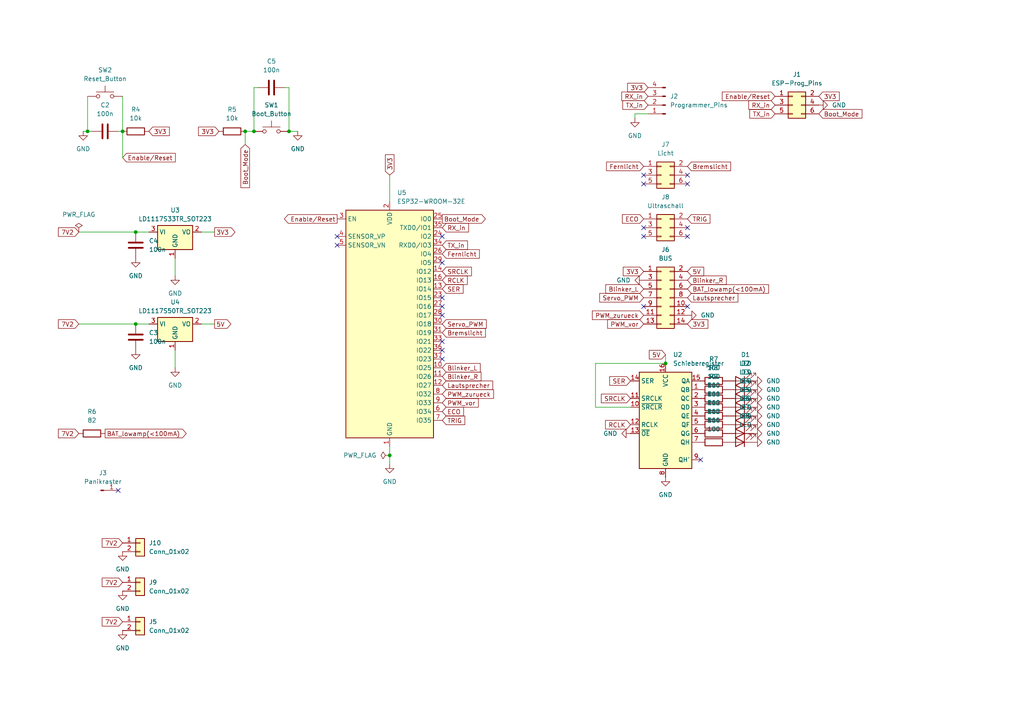
<source format=kicad_sch>
(kicad_sch (version 20250114) (generator "eeschema") (generator_version "9.0")
  (paper "A4")
  (lib_symbols
    (symbol "74xx:74HC595"
      (property "Reference" "U" (at -7.62 13.97 0))
      (property "Value" "74HC595" (at -7.62 -16.51 0))
      (symbol "74HC595_1_0"
        (pin input line (at -10.16 10.16 0) (length 2.54) (name "SER") (number "14"))
        (pin input line (at -10.16 5.08 0) (length 2.54) (name "SRCLK") (number "11"))
        (pin input line (at -10.16 2.54 0) (length 2.54) (name "~{SRCLR}") (number "10"))
        (pin input line (at -10.16 -2.54 0) (length 2.54) (name "RCLK") (number "12"))
        (pin input line (at -10.16 -5.08 0) (length 2.54) (name "~{OE}") (number "13"))
        (pin power_in line (at 0 15.24 270) (length 2.54) (name "VCC") (number "16"))
        (pin power_in line (at 0 -17.78 90) (length 2.54) (name "GND") (number "8"))
        (pin tri_state line (at 10.16 10.16 180) (length 2.54) (name "QA") (number "15"))
        (pin tri_state line (at 10.16 7.62 180) (length 2.54) (name "QB") (number "1"))
        (pin tri_state line (at 10.16 5.08 180) (length 2.54) (name "QC") (number "2"))
        (pin tri_state line (at 10.16 2.54 180) (length 2.54) (name "QD") (number "3"))
        (pin tri_state line (at 10.16 0 180) (length 2.54) (name "QE") (number "4"))
        (pin tri_state line (at 10.16 -2.54 180) (length 2.54) (name "QF") (number "5"))
        (pin tri_state line (at 10.16 -5.08 180) (length 2.54) (name "QG") (number "6"))
        (pin tri_state line (at 10.16 -7.62 180) (length 2.54) (name "QH") (number "7"))
        (pin output line (at 10.16 -12.7 180) (length 2.54) (name "QH'") (number "9"))
      )
      (symbol "74HC595_1_1"
        (rectangle (start -7.62 12.7) (end 7.62 -15.24) (stroke (width 0.254)) (fill (type background)))
      )
    )
    (symbol "Connector:Conn_01x01_Pin" (pin_names (offset 1.016) (hide yes))
      (property "Reference" "J" (at 0 2.54 0))
      (property "Value" "Conn_01x01_Pin" (at 0 -2.54 0))
      (symbol "Conn_01x01_Pin_1_1"
        (rectangle (start 0.8636 0.127) (end 0 -0.127) (stroke (width 0.1524)) (fill (type outline)))
        (polyline (pts (xy 1.27 0) (xy 0.8636 0)) (stroke (width 0.1524)))
        (pin passive line (at 5.08 0 180) (length 3.81) (name "Pin_1") (number "1"))
      )
    )
    (symbol "Connector:Conn_01x04_Pin" (pin_names (offset 1.016) (hide yes))
      (property "Reference" "J" (at 0 5.08 0))
      (property "Value" "Conn_01x04_Pin" (at 0 -7.62 0))
      (symbol "Conn_01x04_Pin_1_1"
        (rectangle (start 0.8636 2.667) (end 0 2.413) (stroke (width 0.1524)) (fill (type outline)))
        (rectangle (start 0.8636 0.127) (end 0 -0.127) (stroke (width 0.1524)) (fill (type outline)))
        (rectangle (start 0.8636 -2.413) (end 0 -2.667) (stroke (width 0.1524)) (fill (type outline)))
        (rectangle (start 0.8636 -4.953) (end 0 -5.207) (stroke (width 0.1524)) (fill (type outline)))
        (polyline (pts (xy 1.27 2.54) (xy 0.8636 2.54)) (stroke (width 0.1524)))
        (polyline (pts (xy 1.27 0) (xy 0.8636 0)) (stroke (width 0.1524)))
        (polyline (pts (xy 1.27 -2.54) (xy 0.8636 -2.54)) (stroke (width 0.1524)))
        (polyline (pts (xy 1.27 -5.08) (xy 0.8636 -5.08)) (stroke (width 0.1524)))
        (pin passive line (at 5.08 2.54 180) (length 3.81) (name "Pin_1") (number "1"))
        (pin passive line (at 5.08 0 180) (length 3.81) (name "Pin_2") (number "2"))
        (pin passive line (at 5.08 -2.54 180) (length 3.81) (name "Pin_3") (number "3"))
        (pin passive line (at 5.08 -5.08 180) (length 3.81) (name "Pin_4") (number "4"))
      )
    )
    (symbol "Connector_Generic:Conn_01x02" (pin_names (offset 1.016) (hide yes))
      (property "Reference" "J" (at 0 2.54 0))
      (property "Value" "Conn_01x02" (at 0 -5.08 0))
      (symbol "Conn_01x02_1_1"
        (rectangle (start -1.27 1.27) (end 1.27 -3.81) (stroke (width 0.254)) (fill (type background)))
        (rectangle (start -1.27 0.127) (end 0 -0.127) (stroke (width 0.1524)))
        (rectangle (start -1.27 -2.413) (end 0 -2.667) (stroke (width 0.1524)))
        (pin passive line (at -5.08 0 0) (length 3.81) (name "Pin_1") (number "1"))
        (pin passive line (at -5.08 -2.54 0) (length 3.81) (name "Pin_2") (number "2"))
      )
    )
    (symbol "Connector_Generic:Conn_02x03_Odd_Even" (pin_names (offset 1.016) (hide yes))
      (property "Reference" "J" (at 1.27 5.08 0))
      (property "Value" "Conn_02x03_Odd_Even" (at 1.27 -5.08 0))
      (symbol "Conn_02x03_Odd_Even_1_1"
        (rectangle (start -1.27 3.81) (end 3.81 -3.81) (stroke (width 0.254)) (fill (type background)))
        (rectangle (start -1.27 2.667) (end 0 2.413) (stroke (width 0.1524)))
        (rectangle (start -1.27 0.127) (end 0 -0.127) (stroke (width 0.1524)))
        (rectangle (start -1.27 -2.413) (end 0 -2.667) (stroke (width 0.1524)))
        (rectangle (start 3.81 2.667) (end 2.54 2.413) (stroke (width 0.1524)))
        (rectangle (start 3.81 0.127) (end 2.54 -0.127) (stroke (width 0.1524)))
        (rectangle (start 3.81 -2.413) (end 2.54 -2.667) (stroke (width 0.1524)))
        (pin passive line (at -5.08 2.54 0) (length 3.81) (name "Pin_1") (number "1"))
        (pin passive line (at -5.08 0 0) (length 3.81) (name "Pin_3") (number "3"))
        (pin passive line (at -5.08 -2.54 0) (length 3.81) (name "Pin_5") (number "5"))
        (pin passive line (at 7.62 2.54 180) (length 3.81) (name "Pin_2") (number "2"))
        (pin passive line (at 7.62 0 180) (length 3.81) (name "Pin_4") (number "4"))
        (pin passive line (at 7.62 -2.54 180) (length 3.81) (name "Pin_6") (number "6"))
      )
    )
    (symbol "Connector_Generic:Conn_02x07_Odd_Even" (pin_names (offset 1.016) (hide yes))
      (property "Reference" "J" (at 1.27 10.16 0))
      (property "Value" "Conn_02x07_Odd_Even" (at 1.27 -10.16 0))
      (symbol "Conn_02x07_Odd_Even_1_1"
        (rectangle (start -1.27 8.89) (end 3.81 -8.89) (stroke (width 0.254)) (fill (type background)))
        (rectangle (start -1.27 7.747) (end 0 7.493) (stroke (width 0.1524)))
        (rectangle (start -1.27 5.207) (end 0 4.953) (stroke (width 0.1524)))
        (rectangle (start -1.27 2.667) (end 0 2.413) (stroke (width 0.1524)))
        (rectangle (start -1.27 0.127) (end 0 -0.127) (stroke (width 0.1524)))
        (rectangle (start -1.27 -2.413) (end 0 -2.667) (stroke (width 0.1524)))
        (rectangle (start -1.27 -4.953) (end 0 -5.207) (stroke (width 0.1524)))
        (rectangle (start -1.27 -7.493) (end 0 -7.747) (stroke (width 0.1524)))
        (rectangle (start 3.81 7.747) (end 2.54 7.493) (stroke (width 0.1524)))
        (rectangle (start 3.81 5.207) (end 2.54 4.953) (stroke (width 0.1524)))
        (rectangle (start 3.81 2.667) (end 2.54 2.413) (stroke (width 0.1524)))
        (rectangle (start 3.81 0.127) (end 2.54 -0.127) (stroke (width 0.1524)))
        (rectangle (start 3.81 -2.413) (end 2.54 -2.667) (stroke (width 0.1524)))
        (rectangle (start 3.81 -4.953) (end 2.54 -5.207) (stroke (width 0.1524)))
        (rectangle (start 3.81 -7.493) (end 2.54 -7.747) (stroke (width 0.1524)))
        (pin passive line (at -5.08 7.62 0) (length 3.81) (name "Pin_1") (number "1"))
        (pin passive line (at -5.08 5.08 0) (length 3.81) (name "Pin_3") (number "3"))
        (pin passive line (at -5.08 2.54 0) (length 3.81) (name "Pin_5") (number "5"))
        (pin passive line (at -5.08 0 0) (length 3.81) (name "Pin_7") (number "7"))
        (pin passive line (at -5.08 -2.54 0) (length 3.81) (name "Pin_9") (number "9"))
        (pin passive line (at -5.08 -5.08 0) (length 3.81) (name "Pin_11") (number "11"))
        (pin passive line (at -5.08 -7.62 0) (length 3.81) (name "Pin_13") (number "13"))
        (pin passive line (at 7.62 7.62 180) (length 3.81) (name "Pin_2") (number "2"))
        (pin passive line (at 7.62 5.08 180) (length 3.81) (name "Pin_4") (number "4"))
        (pin passive line (at 7.62 2.54 180) (length 3.81) (name "Pin_6") (number "6"))
        (pin passive line (at 7.62 0 180) (length 3.81) (name "Pin_8") (number "8"))
        (pin passive line (at 7.62 -2.54 180) (length 3.81) (name "Pin_10") (number "10"))
        (pin passive line (at 7.62 -5.08 180) (length 3.81) (name "Pin_12") (number "12"))
        (pin passive line (at 7.62 -7.62 180) (length 3.81) (name "Pin_14") (number "14"))
      )
    )
    (symbol "Device:C" (pin_numbers (hide yes)) (pin_names (offset 0.254))
      (property "Reference" "C" (at 0.635 2.54 0))
      (property "Value" "C" (at 0.635 -2.54 0))
      (symbol "C_0_1"
        (polyline (pts (xy -2.032 0.762) (xy 2.032 0.762)) (stroke (width 0.508)))
        (polyline (pts (xy -2.032 -0.762) (xy 2.032 -0.762)) (stroke (width 0.508)))
      )
      (symbol "C_1_1"
        (pin passive line (at 0 3.81 270) (length 2.794) (name "~") (number "1"))
        (pin passive line (at 0 -3.81 90) (length 2.794) (name "~") (number "2"))
      )
    )
    (symbol "Device:LED" (pin_numbers (hide yes)) (pin_names (offset 1.016) (hide yes))
      (property "Reference" "D" (at 0 2.54 0))
      (property "Value" "LED" (at 0 -2.54 0))
      (symbol "LED_0_1"
        (polyline (pts (xy -3.048 -0.762) (xy -4.572 -2.286) (xy -3.81 -2.286) (xy -4.572 -2.286) (xy -4.572 -1.524)))
        (polyline (pts (xy -1.778 -0.762) (xy -3.302 -2.286) (xy -2.54 -2.286) (xy -3.302 -2.286) (xy -3.302 -1.524)))
        (polyline (pts (xy -1.27 0) (xy 1.27 0)))
        (polyline (pts (xy -1.27 -1.27) (xy -1.27 1.27)) (stroke (width 0.254)))
        (polyline (pts (xy 1.27 -1.27) (xy 1.27 1.27) (xy -1.27 0) (xy 1.27 -1.27)) (stroke (width 0.254)))
      )
      (symbol "LED_1_1"
        (pin passive line (at -3.81 0 0) (length 2.54) (name "K") (number "1"))
        (pin passive line (at 3.81 0 180) (length 2.54) (name "A") (number "2"))
      )
    )
    (symbol "Device:R" (pin_numbers (hide yes)) (pin_names (offset 0))
      (property "Reference" "R" (at 2.032 0 90))
      (property "Value" "R" (at 0 0 90))
      (symbol "R_0_1"
        (rectangle (start -1.016 -2.54) (end 1.016 2.54) (stroke (width 0.254)))
      )
      (symbol "R_1_1"
        (pin passive line (at 0 3.81 270) (length 1.27) (name "~") (number "1"))
        (pin passive line (at 0 -3.81 90) (length 1.27) (name "~") (number "2"))
      )
    )
    (symbol "RF_Module:ESP32-WROOM-32E"
      (property "Reference" "U" (at -12.7 34.29 0))
      (property "Value" "ESP32-WROOM-32E" (at 1.27 34.29 0))
      (symbol "ESP32-WROOM-32E_0_1"
        (rectangle (start -12.7 33.02) (end 12.7 -33.02) (stroke (width 0.254)) (fill (type background)))
      )
      (symbol "ESP32-WROOM-32E_1_1"
        (pin input line (at -15.24 30.48 0) (length 2.54) (name "EN") (number "3"))
        (pin input line (at -15.24 25.4 0) (length 2.54) (name "SENSOR_VP") (number "4"))
        (pin input line (at -15.24 22.86 0) (length 2.54) (name "SENSOR_VN") (number "5"))
        (pin no_connect line (at -12.7 0 0) (length 2.54) (hide yes) (name "NC") (number "21"))
        (pin no_connect line (at -12.7 -2.54 0) (length 2.54) (hide yes) (name "NC") (number "22"))
        (pin no_connect line (at -12.7 -5.08 0) (length 2.54) (hide yes) (name "NC") (number "17"))
        (pin no_connect line (at -12.7 -7.62 0) (length 2.54) (hide yes) (name "NC") (number "18"))
        (pin no_connect line (at -12.7 -10.16 0) (length 2.54) (hide yes) (name "NC") (number "20"))
        (pin no_connect line (at -12.7 -12.7 0) (length 2.54) (hide yes) (name "NC") (number "19"))
        (pin no_connect line (at -12.7 -27.94 0) (length 2.54) (hide yes) (name "NC") (number "32"))
        (pin power_in line (at 0 35.56 270) (length 2.54) (name "VDD") (number "2"))
        (pin power_in line (at 0 -35.56 90) (length 2.54) (name "GND") (number "1"))
        (pin passive line (at 0 -35.56 90) (length 2.54) (hide yes) (name "GND") (number "15"))
        (pin passive line (at 0 -35.56 90) (length 2.54) (hide yes) (name "GND") (number "38"))
        (pin passive line (at 0 -35.56 90) (length 2.54) (hide yes) (name "GND") (number "39"))
        (pin bidirectional line (at 15.24 30.48 180) (length 2.54) (name "IO0") (number "25"))
        (pin bidirectional line (at 15.24 27.94 180) (length 2.54) (name "TXD0/IO1") (number "35"))
        (pin bidirectional line (at 15.24 25.4 180) (length 2.54) (name "IO2") (number "24"))
        (pin bidirectional line (at 15.24 22.86 180) (length 2.54) (name "RXD0/IO3") (number "34"))
        (pin bidirectional line (at 15.24 20.32 180) (length 2.54) (name "IO4") (number "26"))
        (pin bidirectional line (at 15.24 17.78 180) (length 2.54) (name "IO5") (number "29"))
        (pin bidirectional line (at 15.24 15.24 180) (length 2.54) (name "IO12") (number "14"))
        (pin bidirectional line (at 15.24 12.7 180) (length 2.54) (name "IO13") (number "16"))
        (pin bidirectional line (at 15.24 10.16 180) (length 2.54) (name "IO14") (number "13"))
        (pin bidirectional line (at 15.24 7.62 180) (length 2.54) (name "IO15") (number "23"))
        (pin bidirectional line (at 15.24 5.08 180) (length 2.54) (name "IO16") (number "27"))
        (pin bidirectional line (at 15.24 2.54 180) (length 2.54) (name "IO17") (number "28"))
        (pin bidirectional line (at 15.24 0 180) (length 2.54) (name "IO18") (number "30"))
        (pin bidirectional line (at 15.24 -2.54 180) (length 2.54) (name "IO19") (number "31"))
        (pin bidirectional line (at 15.24 -5.08 180) (length 2.54) (name "IO21") (number "33"))
        (pin bidirectional line (at 15.24 -7.62 180) (length 2.54) (name "IO22") (number "36"))
        (pin bidirectional line (at 15.24 -10.16 180) (length 2.54) (name "IO23") (number "37"))
        (pin bidirectional line (at 15.24 -12.7 180) (length 2.54) (name "IO25") (number "10"))
        (pin bidirectional line (at 15.24 -15.24 180) (length 2.54) (name "IO26") (number "11"))
        (pin bidirectional line (at 15.24 -17.78 180) (length 2.54) (name "IO27") (number "12"))
        (pin bidirectional line (at 15.24 -20.32 180) (length 2.54) (name "IO32") (number "8"))
        (pin bidirectional line (at 15.24 -22.86 180) (length 2.54) (name "IO33") (number "9"))
        (pin input line (at 15.24 -25.4 180) (length 2.54) (name "IO34") (number "6"))
        (pin input line (at 15.24 -27.94 180) (length 2.54) (name "IO35") (number "7"))
      )
    )
    (symbol "Regulator_Linear:LD1117S33TR_SOT223"
      (property "Reference" "U" (at -3.81 3.175 0))
      (property "Value" "LD1117S33TR_SOT223" (at 0 3.175 0))
      (symbol "LD1117S33TR_SOT223_0_1"
        (rectangle (start -5.08 -5.08) (end 5.08 1.905) (stroke (width 0.254)) (fill (type background)))
      )
      (symbol "LD1117S33TR_SOT223_1_1"
        (pin power_in line (at -7.62 0 0) (length 2.54) (name "VI") (number "3"))
        (pin power_in line (at 0 -7.62 90) (length 2.54) (name "GND") (number "1"))
        (pin power_out line (at 7.62 0 180) (length 2.54) (name "VO") (number "2"))
      )
    )
    (symbol "Switch:SW_Push" (pin_numbers (hide yes)) (pin_names (offset 1.016) (hide yes))
      (property "Reference" "SW" (at 1.27 2.54 0))
      (property "Value" "SW_Push" (at 0 -1.524 0))
      (symbol "SW_Push_0_1"
        (circle (center -2.032 0) (radius 0.508))
        (polyline (pts (xy 0 1.27) (xy 0 3.048)))
        (circle (center 2.032 0) (radius 0.508))
        (polyline (pts (xy 2.54 1.27) (xy -2.54 1.27)))
        (pin passive line (at -5.08 0 0) (length 2.54) (name "1") (number "1"))
        (pin passive line (at 5.08 0 180) (length 2.54) (name "2") (number "2"))
      )
    )
    (symbol "power:GND" (power) (pin_numbers (hide yes)) (pin_names (offset 0) (hide yes))
      (property "Value" "GND" (at 0 -3.81 0))
      (symbol "GND_0_1"
        (polyline (pts (xy 0 0) (xy 0 -1.27) (xy 1.27 -1.27) (xy 0 -2.54) (xy -1.27 -1.27) (xy 0 -1.27)))
      )
      (symbol "GND_1_1"
        (pin power_in line (at 0 0 270) (length 0) (name "~") (number "1"))
      )
    )
    (symbol "power:PWR_FLAG" (power) (pin_numbers (hide yes)) (pin_names (offset 0) (hide yes))
      (property "Value" "PWR_FLAG" (at 0 3.81 0))
      (symbol "PWR_FLAG_0_0"
        (pin power_out line (at 0 0 90) (length 0) (name "~") (number "1"))
      )
      (symbol "PWR_FLAG_0_1"
        (polyline (pts (xy 0 0) (xy 0 1.27) (xy -1.016 1.905) (xy 0 2.54) (xy 1.016 1.905) (xy 0 1.27)))
      )
    )
  )
  (junction (at 39.37 67.31))
  (junction (at 113.03 132.08))
  (junction (at 39.37 93.98))
  (junction (at 193.04 105.41))
  (junction (at 71.12 38.1))
  (junction (at 73.66 38.1))
  (junction (at 25.4 38.1))
  (junction (at 83.82 38.1))
  (junction (at 35.56 38.1))
  (no_connect (at 199.39 66.04))
  (no_connect (at 128.27 91.44))
  (no_connect (at 186.69 50.8))
  (no_connect (at 128.27 86.36))
  (no_connect (at 186.69 88.9))
  (no_connect (at 199.39 53.34))
  (no_connect (at 203.2 133.35))
  (no_connect (at 186.69 66.04))
  (no_connect (at 199.39 68.58))
  (no_connect (at 34.29 142.24))
  (no_connect (at 128.27 101.6))
  (no_connect (at 128.27 68.58))
  (no_connect (at 128.27 104.14))
  (no_connect (at 128.27 99.06))
  (no_connect (at 199.39 88.9))
  (no_connect (at 128.27 76.2))
  (no_connect (at 199.39 50.8))
  (no_connect (at 97.79 68.58))
  (no_connect (at 186.69 53.34))
  (no_connect (at 97.79 71.12))
  (no_connect (at 128.27 88.9))
  (no_connect (at 186.69 68.58))
  (wire (pts (xy 113.03 50.8) (xy 113.03 58.42)))
  (wire (pts (xy 22.86 67.31) (xy 39.37 67.31)))
  (wire (pts (xy 73.66 38.1) (xy 71.12 38.1)))
  (wire (pts (xy 83.82 25.4) (xy 83.82 38.1)))
  (wire (pts (xy 74.93 25.4) (xy 73.66 25.4)))
  (wire (pts (xy 50.8 74.93) (xy 50.8 80.01)))
  (wire (pts (xy 82.55 25.4) (xy 83.82 25.4)))
  (wire (pts (xy 24.13 38.1) (xy 25.4 38.1)))
  (wire (pts (xy 25.4 27.94) (xy 25.4 38.1)))
  (wire (pts (xy 71.12 38.1) (xy 71.12 41.91)))
  (wire (pts (xy 182.88 118.11) (xy 172.72 118.11)))
  (wire (pts (xy 39.37 93.98) (xy 43.18 93.98)))
  (wire (pts (xy 22.86 93.98) (xy 39.37 93.98)))
  (wire (pts (xy 73.66 25.4) (xy 73.66 38.1)))
  (wire (pts (xy 113.03 132.08) (xy 113.03 134.62)))
  (wire (pts (xy 187.96 33.02) (xy 184.15 33.02)))
  (wire (pts (xy 113.03 129.54) (xy 113.03 132.08)))
  (wire (pts (xy 172.72 118.11) (xy 172.72 105.41)))
  (wire (pts (xy 58.42 93.98) (xy 62.23 93.98)))
  (wire (pts (xy 25.4 38.1) (xy 26.67 38.1)))
  (wire (pts (xy 34.29 38.1) (xy 35.56 38.1)))
  (wire (pts (xy 50.8 101.6) (xy 50.8 106.68)))
  (wire (pts (xy 184.15 33.02) (xy 184.15 34.29)))
  (wire (pts (xy 193.04 102.87) (xy 193.04 105.41)))
  (wire (pts (xy 58.42 67.31) (xy 62.23 67.31)))
  (wire (pts (xy 86.36 38.1) (xy 83.82 38.1)))
  (wire (pts (xy 35.56 27.94) (xy 35.56 38.1)))
  (wire (pts (xy 172.72 105.41) (xy 193.04 105.41)))
  (wire (pts (xy 39.37 67.31) (xy 43.18 67.31)))
  (wire (pts (xy 35.56 38.1) (xy 35.56 45.72)))
  (global_label "7V2" (shape input) (at 35.56 180.34 180) (property "Intersheetrefs" "${INTERSHEET_REFS}" (effects (hide yes))))
  (global_label "SER" (shape input) (at 128.27 83.82 0) (property "Intersheetrefs" "${INTERSHEET_REFS}" (effects (hide yes))))
  (global_label "Fernlicht" (shape input) (at 128.27 73.66 0) (property "Intersheetrefs" "${INTERSHEET_REFS}" (effects (hide yes))))
  (global_label "3V3" (shape input) (at 186.69 78.74 180) (property "Intersheetrefs" "${INTERSHEET_REFS}" (effects (hide yes))))
  (global_label "7V2" (shape input) (at 35.56 157.48 180) (property "Intersheetrefs" "${INTERSHEET_REFS}" (effects (hide yes))))
  (global_label "Boot_Mode" (shape input) (at 237.49 33.02 0) (property "Intersheetrefs" "${INTERSHEET_REFS}" (effects (hide yes))))
  (global_label "TX_in" (shape input) (at 224.79 33.02 180) (property "Intersheetrefs" "${INTERSHEET_REFS}" (effects (hide yes))))
  (global_label "Boot_Mode" (shape input) (at 71.12 41.91 270) (property "Intersheetrefs" "${INTERSHEET_REFS}" (effects (hide yes))))
  (global_label "TRIG" (shape input) (at 128.27 121.92 0) (property "Intersheetrefs" "${INTERSHEET_REFS}" (effects (hide yes))))
  (global_label "7V2" (shape input) (at 35.56 168.91 180) (property "Intersheetrefs" "${INTERSHEET_REFS}" (effects (hide yes))))
  (global_label "Blinker_L" (shape input) (at 186.69 83.82 180) (property "Intersheetrefs" "${INTERSHEET_REFS}" (effects (hide yes))))
  (global_label "Blinker_R" (shape input) (at 128.27 109.22 0) (property "Intersheetrefs" "${INTERSHEET_REFS}" (effects (hide yes))))
  (global_label "3V3" (shape input) (at 237.49 27.94 0) (property "Intersheetrefs" "${INTERSHEET_REFS}" (effects (hide yes))))
  (global_label "Boot_Mode" (shape output) (at 128.27 63.5 0) (property "Intersheetrefs" "${INTERSHEET_REFS}" (effects (hide yes))))
  (global_label "5V" (shape input) (at 199.39 78.74 0) (property "Intersheetrefs" "${INTERSHEET_REFS}" (effects (hide yes))))
  (global_label "7V2" (shape input) (at 22.86 67.31 180) (property "Intersheetrefs" "${INTERSHEET_REFS}" (effects (hide yes))))
  (global_label "3V3" (shape input) (at 63.5 38.1 180) (property "Intersheetrefs" "${INTERSHEET_REFS}" (effects (hide yes))))
  (global_label "RX_in" (shape input) (at 224.79 30.48 180) (property "Intersheetrefs" "${INTERSHEET_REFS}" (effects (hide yes))))
  (global_label "Enable{slash}Reset" (shape output) (at 97.79 63.5 180) (property "Intersheetrefs" "${INTERSHEET_REFS}" (effects (hide yes))))
  (global_label "TRIG" (shape input) (at 199.39 63.5 0) (property "Intersheetrefs" "${INTERSHEET_REFS}" (effects (hide yes))))
  (global_label "Lautsprecher" (shape input) (at 199.39 86.36 0) (property "Intersheetrefs" "${INTERSHEET_REFS}" (effects (hide yes))))
  (global_label "3V3" (shape input) (at 199.39 93.98 0) (property "Intersheetrefs" "${INTERSHEET_REFS}" (effects (hide yes))))
  (global_label "PWM_zurueck" (shape input) (at 128.27 114.3 0) (property "Intersheetrefs" "${INTERSHEET_REFS}" (effects (hide yes))))
  (global_label "PWM_vor" (shape input) (at 186.69 93.98 180) (property "Intersheetrefs" "${INTERSHEET_REFS}" (effects (hide yes))))
  (global_label "BAT_lowamp(<100mA)" (shape output) (at 30.48 125.73 0) (property "Intersheetrefs" "${INTERSHEET_REFS}" (effects (hide yes))))
  (global_label "3V3" (shape output) (at 62.23 67.31 0) (property "Intersheetrefs" "${INTERSHEET_REFS}" (effects (hide yes))))
  (global_label "3V3" (shape input) (at 187.96 25.4 180) (property "Intersheetrefs" "${INTERSHEET_REFS}" (effects (hide yes))))
  (global_label "RX_in" (shape input) (at 128.27 66.04 0) (property "Intersheetrefs" "${INTERSHEET_REFS}" (effects (hide yes))))
  (global_label "RCLK" (shape input) (at 128.27 81.28 0) (property "Intersheetrefs" "${INTERSHEET_REFS}" (effects (hide yes))))
  (global_label "PWM_vor" (shape input) (at 128.27 116.84 0) (property "Intersheetrefs" "${INTERSHEET_REFS}" (effects (hide yes))))
  (global_label "Enable{slash}Reset" (shape input) (at 35.56 45.72 0) (property "Intersheetrefs" "${INTERSHEET_REFS}" (effects (hide yes))))
  (global_label "TX_in" (shape input) (at 187.96 30.48 180) (property "Intersheetrefs" "${INTERSHEET_REFS}" (effects (hide yes))))
  (global_label "7V2" (shape input) (at 22.86 93.98 180) (property "Intersheetrefs" "${INTERSHEET_REFS}" (effects (hide yes))))
  (global_label "Lautsprecher" (shape input) (at 128.27 111.76 0) (property "Intersheetrefs" "${INTERSHEET_REFS}" (effects (hide yes))))
  (global_label "ECO" (shape input) (at 128.27 119.38 0) (property "Intersheetrefs" "${INTERSHEET_REFS}" (effects (hide yes))))
  (global_label "Bremslicht" (shape input) (at 199.39 48.26 0) (property "Intersheetrefs" "${INTERSHEET_REFS}" (effects (hide yes))))
  (global_label "Blinker_R" (shape input) (at 199.39 81.28 0) (property "Intersheetrefs" "${INTERSHEET_REFS}" (effects (hide yes))))
  (global_label "ECO" (shape input) (at 186.69 63.5 180) (property "Intersheetrefs" "${INTERSHEET_REFS}" (effects (hide yes))))
  (global_label "7V2" (shape input) (at 22.86 125.73 180) (property "Intersheetrefs" "${INTERSHEET_REFS}" (effects (hide yes))))
  (global_label "BAT_lowamp(<100mA)" (shape input) (at 199.39 83.82 0) (property "Intersheetrefs" "${INTERSHEET_REFS}" (effects (hide yes))))
  (global_label "TX_in" (shape input) (at 128.27 71.12 0) (property "Intersheetrefs" "${INTERSHEET_REFS}" (effects (hide yes))))
  (global_label "5V" (shape input) (at 193.04 102.87 180) (property "Intersheetrefs" "${INTERSHEET_REFS}" (effects (hide yes))))
  (global_label "Fernlicht" (shape input) (at 186.69 48.26 180) (property "Intersheetrefs" "${INTERSHEET_REFS}" (effects (hide yes))))
  (global_label "Servo_PWM" (shape input) (at 128.27 93.98 0) (property "Intersheetrefs" "${INTERSHEET_REFS}" (effects (hide yes))))
  (global_label "SRCLK" (shape input) (at 182.88 115.57 180) (property "Intersheetrefs" "${INTERSHEET_REFS}" (effects (hide yes))))
  (global_label "5V" (shape output) (at 62.23 93.98 0) (property "Intersheetrefs" "${INTERSHEET_REFS}" (effects (hide yes))))
  (global_label "Servo_PWM" (shape input) (at 186.69 86.36 180) (property "Intersheetrefs" "${INTERSHEET_REFS}" (effects (hide yes))))
  (global_label "Enable{slash}Reset" (shape input) (at 224.79 27.94 180) (property "Intersheetrefs" "${INTERSHEET_REFS}" (effects (hide yes))))
  (global_label "SER" (shape input) (at 182.88 110.49 180) (property "Intersheetrefs" "${INTERSHEET_REFS}" (effects (hide yes))))
  (global_label "Bremslicht" (shape input) (at 128.27 96.52 0) (property "Intersheetrefs" "${INTERSHEET_REFS}" (effects (hide yes))))
  (global_label "3V3" (shape input) (at 43.18 38.1 0) (property "Intersheetrefs" "${INTERSHEET_REFS}" (effects (hide yes))))
  (global_label "SRCLK" (shape input) (at 128.27 78.74 0) (property "Intersheetrefs" "${INTERSHEET_REFS}" (effects (hide yes))))
  (global_label "RX_in" (shape input) (at 187.96 27.94 180) (property "Intersheetrefs" "${INTERSHEET_REFS}" (effects (hide yes))))
  (global_label "Blinker_L" (shape input) (at 128.27 106.68 0) (property "Intersheetrefs" "${INTERSHEET_REFS}" (effects (hide yes))))
  (global_label "3V3" (shape input) (at 113.03 50.8 90) (property "Intersheetrefs" "${INTERSHEET_REFS}" (effects (hide yes))))
  (global_label "PWM_zurueck" (shape input) (at 186.69 91.44 180) (property "Intersheetrefs" "${INTERSHEET_REFS}" (effects (hide yes))))
  (global_label "RCLK" (shape input) (at 182.88 123.19 180) (property "Intersheetrefs" "${INTERSHEET_REFS}" (effects (hide yes))))
  (symbol (lib_id "power:GND") (at 218.44 115.57 90) (unit 1)
    (property "Reference" "#PWR018" (effects (hide yes)))
    (property "Value" "GND" (at 222.25 115.5699 90) (effects (justify right)))
    (property "Description" "Power symbol creates a global label with name \"GND\" , ground" (effects (hide yes)))
  )
  (symbol (lib_id "Regulator_Linear:LD1117S33TR_SOT223") (at 50.8 67.31 0) (unit 1)
    (property "Reference" "U3" (at 50.8 60.96 0))
    (property "Value" "LD1117S33TR_SOT223" (at 50.8 63.5 0))
    (property "Footprint" "Package_TO_SOT_THT:TO-220-3_Vertical" (effects (hide yes)))
    (property "Datasheet" "http://www.st.com/st-web-ui/static/active/en/resource/technical/document/datasheet/CD00000544.pdf" (effects (hide yes)))
    (property "Description" "800mA Fixed Low Drop Positive Voltage Regulator, Fixed Output 3.3V, SOT-223" (effects (hide yes)))
  )
  (symbol (lib_id "Connector_Generic:Conn_01x02") (at 40.64 168.91 0) (unit 1)
    (property "Reference" "J9" (at 43.18 168.9099 0) (effects (justify left)))
    (property "Value" "Conn_01x02" (at 43.18 171.4499 0) (effects (justify left)))
    (property "Footprint" "Connector_AMASS:AMASS_XT30PW-F_1x02_P2.50mm_Horizontal" (effects (hide yes)))
    (property "Description" "Generic connector, single row, 01x02, script generated (kicad-library-utils/schlib/autogen/connector/)" (effects (hide yes)))
  )
  (symbol (lib_id "Connector_Generic:Conn_02x03_Odd_Even") (at 191.77 66.04 0) (unit 1)
    (property "Reference" "J8" (at 193.04 57.15 0))
    (property "Value" "Ultraschall" (at 193.04 59.69 0))
    (property "Footprint" "Connector_IDC:IDC-Header_2x03_P2.54mm_Vertical" (effects (hide yes)))
    (property "Description" "Generic connector, double row, 02x03, odd/even pin numbering scheme (row 1 odd numbers, row 2 even numbers), script generated (kicad-library-utils/schlib/autogen/connector/)" (effects (hide yes)))
  )
  (symbol (lib_id "power:GND") (at 50.8 106.68 0) (unit 1)
    (property "Reference" "#PWR014" (effects (hide yes)))
    (property "Value" "GND" (at 50.8 111.76 0))
    (property "Description" "Power symbol creates a global label with name \"GND\" , ground" (effects (hide yes)))
  )
  (symbol (lib_id "Switch:SW_Push") (at 30.48 27.94 0) (unit 1)
    (property "Reference" "SW2" (at 30.48 20.32 0))
    (property "Value" "Reset_Button" (at 30.48 22.86 0))
    (property "Footprint" "Button_Switch_THT:SW_PUSH_6mm_H4.3mm" (effects (hide yes)))
    (property "Description" "Push button switch, generic, two pins" (effects (hide yes)))
  )
  (symbol (lib_id "power:GND") (at 218.44 120.65 90) (unit 1)
    (property "Reference" "#PWR016" (effects (hide yes)))
    (property "Value" "GND" (at 222.25 120.6499 90) (effects (justify right)))
    (property "Description" "Power symbol creates a global label with name \"GND\" , ground" (effects (hide yes)))
  )
  (symbol (lib_id "Device:R") (at 207.01 125.73 90) (unit 1)
    (property "Reference" "R13" (at 207.01 119.38 90))
    (property "Value" "100" (at 207.01 121.92 90))
    (property "Footprint" "Resistor_THT:R_Axial_DIN0207_L6.3mm_D2.5mm_P7.62mm_Horizontal" (effects (hide yes)))
    (property "Description" "Resistor" (effects (hide yes)))
  )
  (symbol (lib_id "Regulator_Linear:LD1117S33TR_SOT223") (at 50.8 93.98 0) (unit 1)
    (property "Reference" "U4" (at 50.8 87.63 0))
    (property "Value" "LD1117S50TR_SOT223" (at 50.8 90.17 0))
    (property "Footprint" "Package_TO_SOT_THT:TO-220-3_Vertical" (effects (hide yes)))
    (property "Datasheet" "http://www.st.com/st-web-ui/static/active/en/resource/technical/document/datasheet/CD00000544.pdf" (effects (hide yes)))
    (property "Description" "800mA Fixed Low Drop Positive Voltage Regulator, Fixed Output 3.3V, SOT-223" (effects (hide yes)))
  )
  (symbol (lib_id "Device:R") (at 207.01 118.11 90) (unit 1)
    (property "Reference" "R10" (at 207.01 111.76 90))
    (property "Value" "100" (at 207.01 114.3 90))
    (property "Footprint" "Resistor_THT:R_Axial_DIN0207_L6.3mm_D2.5mm_P7.62mm_Horizontal" (effects (hide yes)))
    (property "Description" "Resistor" (effects (hide yes)))
  )
  (symbol (lib_id "Device:R") (at 26.67 125.73 90) (unit 1)
    (property "Reference" "R6" (at 26.67 119.38 90))
    (property "Value" "82" (at 26.67 121.92 90))
    (property "Footprint" "Resistor_THT:R_Axial_DIN0207_L6.3mm_D2.5mm_P7.62mm_Horizontal" (effects (hide yes)))
    (property "Description" "Resistor" (effects (hide yes)))
  )
  (symbol (lib_id "power:GND") (at 218.44 123.19 90) (unit 1)
    (property "Reference" "#PWR015" (effects (hide yes)))
    (property "Value" "GND" (at 222.25 123.1899 90) (effects (justify right)))
    (property "Description" "Power symbol creates a global label with name \"GND\" , ground" (effects (hide yes)))
  )
  (symbol (lib_id "Device:LED") (at 214.63 113.03 180) (unit 1)
    (property "Reference" "D2" (at 216.2175 105.41 0))
    (property "Value" "LED" (at 216.2175 107.95 0))
    (property "Footprint" "TestPoint:TestPoint_2Pads_Pitch5.08mm_Drill1.3mm" (effects (hide yes)))
    (property "Description" "Light emitting diode" (effects (hide yes)))
    (property "Sim.Pins" "1=K 2=A" (effects (hide yes)))
  )
  (symbol (lib_id "Connector:Conn_01x01_Pin") (at 29.21 142.24 0) (unit 1)
    (property "Reference" "J3" (at 29.845 137.16 0))
    (property "Value" "Panikraster" (at 29.845 139.7 0))
    (property "Footprint" "Panikraster_v2:Panikraster_05x05" (effects (hide yes)))
    (property "Description" "Generic connector, single row, 01x01, script generated" (effects (hide yes)))
  )
  (symbol (lib_id "power:PWR_FLAG") (at 113.03 132.08 90) (unit 1)
    (property "Reference" "#FLG03" (effects (hide yes)))
    (property "Value" "PWR_FLAG" (at 109.22 132.0799 90) (effects (justify left)))
    (property "Description" "Special symbol for telling ERC where power comes from" (effects (hide yes)))
  )
  (symbol (lib_id "power:GND") (at 182.88 125.73 270) (unit 1)
    (property "Reference" "#PWR06" (effects (hide yes)))
    (property "Value" "GND" (at 179.07 125.7299 90) (effects (justify right)))
    (property "Description" "Power symbol creates a global label with name \"GND\" , ground" (effects (hide yes)))
  )
  (symbol (lib_id "power:GND") (at 35.56 171.45 0) (unit 1)
    (property "Reference" "#PWR023" (effects (hide yes)))
    (property "Value" "GND" (at 35.56 176.53 0))
    (property "Description" "Power symbol creates a global label with name \"GND\" , ground" (effects (hide yes)))
  )
  (symbol (lib_id "power:GND") (at 237.49 30.48 90) (unit 1)
    (property "Reference" "#PWR021" (effects (hide yes)))
    (property "Value" "GND" (at 241.3 30.4799 90) (effects (justify right)))
    (property "Description" "Power symbol creates a global label with name \"GND\" , ground" (effects (hide yes)))
  )
  (symbol (lib_id "Device:LED") (at 214.63 125.73 180) (unit 1)
    (property "Reference" "D7" (at 216.2175 118.11 0))
    (property "Value" "LED" (at 216.2175 120.65 0))
    (property "Footprint" "TestPoint:TestPoint_2Pads_Pitch5.08mm_Drill1.3mm" (effects (hide yes)))
    (property "Description" "Light emitting diode" (effects (hide yes)))
    (property "Sim.Pins" "1=K 2=A" (effects (hide yes)))
  )
  (symbol (lib_id "Device:R") (at 207.01 110.49 90) (unit 1)
    (property "Reference" "R7" (at 207.01 104.14 90))
    (property "Value" "100" (at 207.01 106.68 90))
    (property "Footprint" "Resistor_THT:R_Axial_DIN0207_L6.3mm_D2.5mm_P7.62mm_Horizontal" (effects (hide yes)))
    (property "Description" "Resistor" (effects (hide yes)))
  )
  (symbol (lib_id "Device:R") (at 207.01 120.65 90) (unit 1)
    (property "Reference" "R11" (at 207.01 114.3 90))
    (property "Value" "100" (at 207.01 116.84 90))
    (property "Footprint" "Resistor_THT:R_Axial_DIN0207_L6.3mm_D2.5mm_P7.62mm_Horizontal" (effects (hide yes)))
    (property "Description" "Resistor" (effects (hide yes)))
  )
  (symbol (lib_id "power:GND") (at 24.13 38.1 0) (unit 1)
    (property "Reference" "#PWR07" (effects (hide yes)))
    (property "Value" "GND" (at 24.13 43.18 0))
    (property "Description" "Power symbol creates a global label with name \"GND\" , ground" (effects (hide yes)))
  )
  (symbol (lib_id "Device:LED") (at 214.63 115.57 180) (unit 1)
    (property "Reference" "D3" (at 216.2175 107.95 0))
    (property "Value" "LED" (at 216.2175 110.49 0))
    (property "Footprint" "TestPoint:TestPoint_2Pads_Pitch5.08mm_Drill1.3mm" (effects (hide yes)))
    (property "Description" "Light emitting diode" (effects (hide yes)))
    (property "Sim.Pins" "1=K 2=A" (effects (hide yes)))
  )
  (symbol (lib_id "power:GND") (at 218.44 128.27 90) (unit 1)
    (property "Reference" "#PWR09" (effects (hide yes)))
    (property "Value" "GND" (at 222.25 128.2699 90) (effects (justify right)))
    (property "Description" "Power symbol creates a global label with name \"GND\" , ground" (effects (hide yes)))
  )
  (symbol (lib_id "Device:C") (at 39.37 97.79 180) (unit 1)
    (property "Reference" "C3" (at 43.18 96.5199 0) (effects (justify right)))
    (property "Value" "100n" (at 43.18 99.0599 0) (effects (justify right)))
    (property "Footprint" "Capacitor_THT:C_Disc_D3.0mm_W1.6mm_P2.50mm" (effects (hide yes)))
    (property "Description" "Unpolarized capacitor" (effects (hide yes)))
  )
  (symbol (lib_id "power:GND") (at 184.15 34.29 0) (unit 1)
    (property "Reference" "#PWR02" (effects (hide yes)))
    (property "Value" "GND" (at 184.15 39.37 0))
    (property "Description" "Power symbol creates a global label with name \"GND\" , ground" (effects (hide yes)))
  )
  (symbol (lib_id "Device:R") (at 39.37 38.1 90) (unit 1)
    (property "Reference" "R4" (at 39.37 31.75 90))
    (property "Value" "10k" (at 39.37 34.29 90))
    (property "Footprint" "Resistor_THT:R_Axial_DIN0207_L6.3mm_D2.5mm_P7.62mm_Horizontal" (effects (hide yes)))
    (property "Description" "Resistor" (effects (hide yes)))
  )
  (symbol (lib_id "Connector_Generic:Conn_01x02") (at 40.64 180.34 0) (unit 1)
    (property "Reference" "J5" (at 43.18 180.3399 0) (effects (justify left)))
    (property "Value" "Conn_01x02" (at 43.18 182.8799 0) (effects (justify left)))
    (property "Footprint" "Connector_AMASS:AMASS_XT30PW-F_1x02_P2.50mm_Horizontal" (effects (hide yes)))
    (property "Description" "Generic connector, single row, 01x02, script generated (kicad-library-utils/schlib/autogen/connector/)" (effects (hide yes)))
  )
  (symbol (lib_id "power:PWR_FLAG") (at 22.86 67.31 0) (unit 1)
    (property "Reference" "#FLG02" (effects (hide yes)))
    (property "Value" "PWR_FLAG" (at 22.86 62.23 0))
    (property "Description" "Special symbol for telling ERC where power comes from" (effects (hide yes)))
  )
  (symbol (lib_id "Device:R") (at 207.01 123.19 90) (unit 1)
    (property "Reference" "R12" (at 207.01 116.84 90))
    (property "Value" "100" (at 207.01 119.38 90))
    (property "Footprint" "Resistor_THT:R_Axial_DIN0207_L6.3mm_D2.5mm_P7.62mm_Horizontal" (effects (hide yes)))
    (property "Description" "Resistor" (effects (hide yes)))
  )
  (symbol (lib_id "Connector_Generic:Conn_02x07_Odd_Even") (at 191.77 86.36 0) (unit 1)
    (property "Reference" "J6" (at 193.04 72.39 0))
    (property "Value" "BUS" (at 193.04 74.93 0))
    (property "Footprint" "Platine_mit_BUS:Busstecker" (effects (hide yes)))
    (property "Description" "Generic connector, double row, 02x07, odd/even pin numbering scheme (row 1 odd numbers, row 2 even numbers), script generated (kicad-library-utils/schlib/autogen/connector/)" (effects (hide yes)))
  )
  (symbol (lib_id "Device:R") (at 67.31 38.1 90) (unit 1)
    (property "Reference" "R5" (at 67.31 31.75 90))
    (property "Value" "10k" (at 67.31 34.29 90))
    (property "Footprint" "Resistor_THT:R_Axial_DIN0207_L6.3mm_D2.5mm_P7.62mm_Horizontal" (effects (hide yes)))
    (property "Description" "Resistor" (effects (hide yes)))
  )
  (symbol (lib_id "Connector_Generic:Conn_02x03_Odd_Even") (at 229.87 30.48 0) (unit 1)
    (property "Reference" "J1" (at 231.14 21.59 0))
    (property "Value" "ESP-Prog_Pins" (at 231.14 24.13 0))
    (property "Footprint" "Connector_PinHeader_1.27mm:PinHeader_2x03_P1.27mm_Vertical_SMD" (effects (hide yes)))
    (property "Description" "Generic connector, double row, 02x03, odd/even pin numbering scheme (row 1 odd numbers, row 2 even numbers), script generated (kicad-library-utils/schlib/autogen/connector/)" (effects (hide yes)))
  )
  (symbol (lib_id "power:GND") (at 39.37 101.6 0) (unit 1)
    (property "Reference" "#PWR013" (effects (hide yes)))
    (property "Value" "GND" (at 39.37 106.68 0))
    (property "Description" "Power symbol creates a global label with name \"GND\" , ground" (effects (hide yes)))
  )
  (symbol (lib_id "Device:C") (at 78.74 25.4 90) (unit 1)
    (property "Reference" "C5" (at 78.74 17.78 90))
    (property "Value" "100n" (at 78.74 20.32 90))
    (property "Footprint" "Capacitor_THT:C_Disc_D3.0mm_W1.6mm_P2.50mm" (effects (hide yes)))
    (property "Description" "Unpolarized capacitor" (effects (hide yes)))
  )
  (symbol (lib_id "power:GND") (at 199.39 91.44 90) (unit 1)
    (property "Reference" "#PWR04" (effects (hide yes)))
    (property "Value" "GND" (at 203.2 91.4399 90) (effects (justify right)))
    (property "Description" "Power symbol creates a global label with name \"GND\" , ground" (effects (hide yes)))
  )
  (symbol (lib_id "Device:R") (at 207.01 115.57 90) (unit 1)
    (property "Reference" "R9" (at 207.01 109.22 90))
    (property "Value" "100" (at 207.01 111.76 90))
    (property "Footprint" "Resistor_THT:R_Axial_DIN0207_L6.3mm_D2.5mm_P7.62mm_Horizontal" (effects (hide yes)))
    (property "Description" "Resistor" (effects (hide yes)))
  )
  (symbol (lib_id "power:GND") (at 218.44 110.49 90) (unit 1)
    (property "Reference" "#PWR020" (effects (hide yes)))
    (property "Value" "GND" (at 222.25 110.4899 90) (effects (justify right)))
    (property "Description" "Power symbol creates a global label with name \"GND\" , ground" (effects (hide yes)))
  )
  (symbol (lib_id "power:GND") (at 218.44 125.73 90) (unit 1)
    (property "Reference" "#PWR012" (effects (hide yes)))
    (property "Value" "GND" (at 222.25 125.7299 90) (effects (justify right)))
    (property "Description" "Power symbol creates a global label with name \"GND\" , ground" (effects (hide yes)))
  )
  (symbol (lib_id "power:GND") (at 218.44 118.11 90) (unit 1)
    (property "Reference" "#PWR017" (effects (hide yes)))
    (property "Value" "GND" (at 222.25 118.1099 90) (effects (justify right)))
    (property "Description" "Power symbol creates a global label with name \"GND\" , ground" (effects (hide yes)))
  )
  (symbol (lib_id "power:GND") (at 35.56 182.88 0) (unit 1)
    (property "Reference" "#PWR022" (effects (hide yes)))
    (property "Value" "GND" (at 35.56 187.96 0))
    (property "Description" "Power symbol creates a global label with name \"GND\" , ground" (effects (hide yes)))
  )
  (symbol (lib_id "Connector:Conn_01x04_Pin") (at 193.04 30.48 180) (unit 1)
    (property "Reference" "J2" (at 194.31 27.9399 0) (effects (justify right)))
    (property "Value" "Programmer_Pins" (at 194.31 30.4799 0) (effects (justify right)))
    (property "Footprint" "Connector_PinHeader_2.54mm:PinHeader_1x04_P2.54mm_Vertical" (effects (hide yes)))
    (property "Description" "Generic connector, single row, 01x04, script generated" (effects (hide yes)))
  )
  (symbol (lib_id "Device:LED") (at 214.63 123.19 180) (unit 1)
    (property "Reference" "D6" (at 216.2175 115.57 0))
    (property "Value" "LED" (at 216.2175 118.11 0))
    (property "Footprint" "TestPoint:TestPoint_2Pads_Pitch5.08mm_Drill1.3mm" (effects (hide yes)))
    (property "Description" "Light emitting diode" (effects (hide yes)))
    (property "Sim.Pins" "1=K 2=A" (effects (hide yes)))
  )
  (symbol (lib_id "Connector_Generic:Conn_02x03_Odd_Even") (at 191.77 50.8 0) (unit 1)
    (property "Reference" "J7" (at 193.04 41.91 0))
    (property "Value" "Licht" (at 193.04 44.45 0))
    (property "Footprint" "Connector_IDC:IDC-Header_2x03_P2.54mm_Vertical" (effects (hide yes)))
    (property "Description" "Generic connector, double row, 02x03, odd/even pin numbering scheme (row 1 odd numbers, row 2 even numbers), script generated (kicad-library-utils/schlib/autogen/connector/)" (effects (hide yes)))
  )
  (symbol (lib_id "power:GND") (at 50.8 80.01 0) (unit 1)
    (property "Reference" "#PWR011" (effects (hide yes)))
    (property "Value" "GND" (at 50.8 85.09 0))
    (property "Description" "Power symbol creates a global label with name \"GND\" , ground" (effects (hide yes)))
  )
  (symbol (lib_id "power:GND") (at 193.04 138.43 0) (unit 1)
    (property "Reference" "#PWR05" (effects (hide yes)))
    (property "Value" "GND" (at 193.04 143.51 0))
    (property "Description" "Power symbol creates a global label with name \"GND\" , ground" (effects (hide yes)))
  )
  (symbol (lib_id "power:GND") (at 113.03 134.62 0) (unit 1)
    (property "Reference" "#PWR01" (effects (hide yes)))
    (property "Value" "GND" (at 113.03 139.7 0))
    (property "Description" "Power symbol creates a global label with name \"GND\" , ground" (effects (hide yes)))
  )
  (symbol (lib_id "power:GND") (at 35.56 160.02 0) (unit 1)
    (property "Reference" "#PWR024" (effects (hide yes)))
    (property "Value" "GND" (at 35.56 165.1 0))
    (property "Description" "Power symbol creates a global label with name \"GND\" , ground" (effects (hide yes)))
  )
  (symbol (lib_id "Device:R") (at 207.01 113.03 90) (unit 1)
    (property "Reference" "R8" (at 207.01 106.68 90))
    (property "Value" "100" (at 207.01 109.22 90))
    (property "Footprint" "Resistor_THT:R_Axial_DIN0207_L6.3mm_D2.5mm_P7.62mm_Horizontal" (effects (hide yes)))
    (property "Description" "Resistor" (effects (hide yes)))
  )
  (symbol (lib_id "power:GND") (at 39.37 74.93 0) (unit 1)
    (property "Reference" "#PWR010" (effects (hide yes)))
    (property "Value" "GND" (at 39.37 80.01 0))
    (property "Description" "Power symbol creates a global label with name \"GND\" , ground" (effects (hide yes)))
  )
  (symbol (lib_id "Connector_Generic:Conn_01x02") (at 40.64 157.48 0) (unit 1)
    (property "Reference" "J10" (at 43.18 157.4799 0) (effects (justify left)))
    (property "Value" "Conn_01x02" (at 43.18 160.0199 0) (effects (justify left)))
    (property "Footprint" "Connector_AMASS:AMASS_XT30PW-F_1x02_P2.50mm_Horizontal" (effects (hide yes)))
    (property "Description" "Generic connector, single row, 01x02, script generated (kicad-library-utils/schlib/autogen/connector/)" (effects (hide yes)))
  )
  (symbol (lib_id "Device:C") (at 30.48 38.1 90) (unit 1)
    (property "Reference" "C2" (at 30.48 30.48 90))
    (property "Value" "100n" (at 30.48 33.02 90))
    (property "Footprint" "Capacitor_THT:C_Disc_D3.0mm_W1.6mm_P2.50mm" (effects (hide yes)))
    (property "Description" "Unpolarized capacitor" (effects (hide yes)))
  )
  (symbol (lib_id "Device:LED") (at 214.63 118.11 180) (unit 1)
    (property "Reference" "D4" (at 216.2175 110.49 0))
    (property "Value" "LED" (at 216.2175 113.03 0))
    (property "Footprint" "TestPoint:TestPoint_2Pads_Pitch5.08mm_Drill1.3mm" (effects (hide yes)))
    (property "Description" "Light emitting diode" (effects (hide yes)))
    (property "Sim.Pins" "1=K 2=A" (effects (hide yes)))
  )
  (symbol (lib_id "Switch:SW_Push") (at 78.74 38.1 0) (unit 1)
    (property "Reference" "SW1" (at 78.74 30.48 0))
    (property "Value" "Boot_Button" (at 78.74 33.02 0))
    (property "Footprint" "Button_Switch_THT:SW_PUSH_6mm_H4.3mm" (effects (hide yes)))
    (property "Description" "Push button switch, generic, two pins" (effects (hide yes)))
  )
  (symbol (lib_id "Device:C") (at 39.37 71.12 180) (unit 1)
    (property "Reference" "C4" (at 43.18 69.8499 0) (effects (justify right)))
    (property "Value" "100n" (at 43.18 72.3899 0) (effects (justify right)))
    (property "Footprint" "Capacitor_THT:C_Disc_D3.0mm_W1.6mm_P2.50mm" (effects (hide yes)))
    (property "Description" "Unpolarized capacitor" (effects (hide yes)))
  )
  (symbol (lib_id "Device:LED") (at 214.63 110.49 180) (unit 1)
    (property "Reference" "D1" (at 216.2175 102.87 0))
    (property "Value" "LED" (at 216.2175 105.41 0))
    (property "Footprint" "TestPoint:TestPoint_2Pads_Pitch5.08mm_Drill1.3mm" (effects (hide yes)))
    (property "Description" "Light emitting diode" (effects (hide yes)))
    (property "Sim.Pins" "1=K 2=A" (effects (hide yes)))
  )
  (symbol (lib_id "74xx:74HC595") (at 193.04 120.65 0) (unit 1)
    (property "Reference" "U2" (at 195.1833 102.87 0) (effects (justify left)))
    (property "Value" "Schieberegister" (at 195.1833 105.41 0) (effects (justify left)))
    (property "Footprint" "Package_DIP:DIP-16_W7.62mm_LongPads" (effects (hide yes)))
    (property "Datasheet" "http://www.ti.com/lit/ds/symlink/sn74hc595.pdf" (effects (hide yes)))
    (property "Description" "8-bit serial in/out Shift Register 3-State Outputs" (effects (hide yes)))
  )
  (symbol (lib_id "Device:LED") (at 214.63 120.65 180) (unit 1)
    (property "Reference" "D5" (at 216.2175 113.03 0))
    (property "Value" "LED" (at 216.2175 115.57 0))
    (property "Footprint" "TestPoint:TestPoint_2Pads_Pitch5.08mm_Drill1.3mm" (effects (hide yes)))
    (property "Description" "Light emitting diode" (effects (hide yes)))
    (property "Sim.Pins" "1=K 2=A" (effects (hide yes)))
  )
  (symbol (lib_id "Device:R") (at 207.01 128.27 90) (unit 1)
    (property "Reference" "R14" (at 207.01 121.92 90))
    (property "Value" "100" (at 207.01 124.46 90))
    (property "Footprint" "Resistor_THT:R_Axial_DIN0207_L6.3mm_D2.5mm_P7.62mm_Horizontal" (effects (hide yes)))
    (property "Description" "Resistor" (effects (hide yes)))
  )
  (symbol (lib_id "power:GND") (at 218.44 113.03 90) (unit 1)
    (property "Reference" "#PWR019" (effects (hide yes)))
    (property "Value" "GND" (at 222.25 113.0299 90) (effects (justify right)))
    (property "Description" "Power symbol creates a global label with name \"GND\" , ground" (effects (hide yes)))
  )
  (symbol (lib_id "RF_Module:ESP32-WROOM-32E") (at 113.03 93.98 0) (unit 1)
    (property "Reference" "U5" (at 115.1733 55.88 0) (effects (justify left)))
    (property "Value" "ESP32-WROOM-32E" (at 115.1733 58.42 0) (effects (justify left)))
    (property "Footprint" "esp32_custom:ESP32-WROOM-32_Prolab-Anpassung" (effects (hide yes)))
    (property "Datasheet" "https://www.espressif.com/sites/default/files/documentation/esp32-wroom-32e_esp32-wroom-32ue_datasheet_en.pdf" (effects (hide yes)))
    (property "Description" "RF Module, ESP32-D0WD-V3 SoC, without PSRAM, Wi-Fi 802.11b/g/n, Bluetooth, BLE, 32-bit, 2.7-3.6V, onboard antenna, SMD" (effects (hide yes)))
  )
  (symbol (lib_id "power:GND") (at 86.36 38.1 0) (unit 1)
    (property "Reference" "#PWR08" (effects (hide yes)))
    (property "Value" "GND" (at 86.36 43.18 0))
    (property "Description" "Power symbol creates a global label with name \"GND\" , ground" (effects (hide yes)))
  )
  (symbol (lib_id "Device:LED") (at 214.63 128.27 180) (unit 1)
    (property "Reference" "D8" (at 216.2175 120.65 0))
    (property "Value" "LED" (at 216.2175 123.19 0))
    (property "Footprint" "TestPoint:TestPoint_2Pads_Pitch5.08mm_Drill1.3mm" (effects (hide yes)))
    (property "Description" "Light emitting diode" (effects (hide yes)))
    (property "Sim.Pins" "1=K 2=A" (effects (hide yes)))
  )
  (symbol (lib_id "power:GND") (at 186.69 81.28 270) (unit 1)
    (property "Reference" "#PWR03" (effects (hide yes)))
    (property "Value" "GND" (at 182.88 81.2799 90) (effects (justify right)))
    (property "Description" "Power symbol creates a global label with name \"GND\" , ground" (effects (hide yes)))
  )
)
</source>
